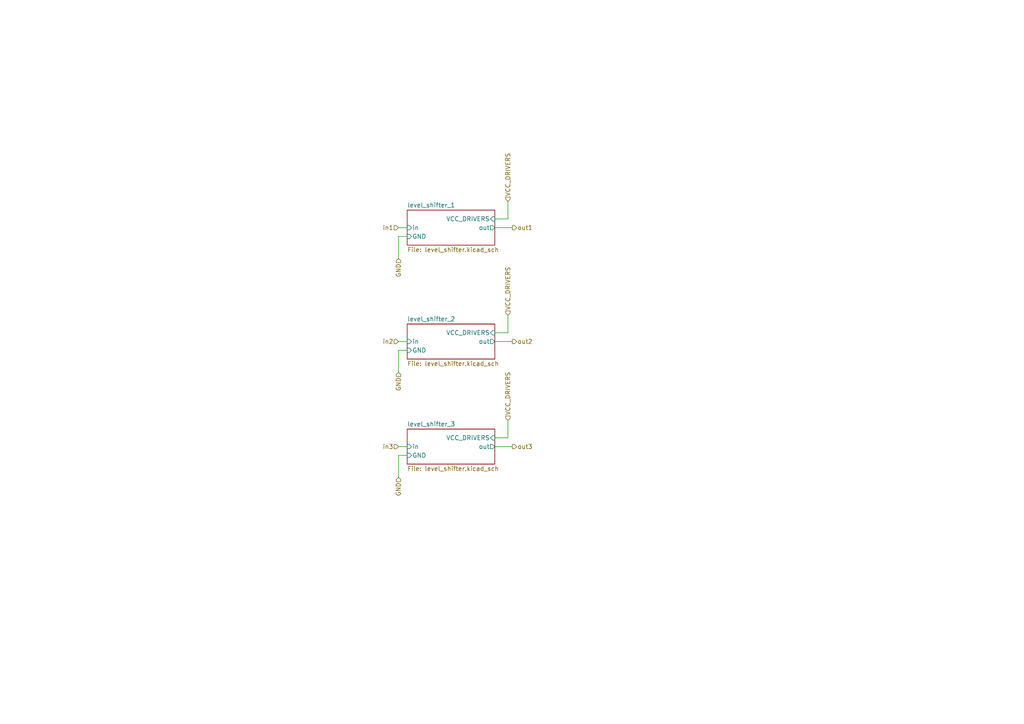
<source format=kicad_sch>
(kicad_sch (version 20211123) (generator eeschema)
  (paper "A4")
  (lib_symbols)
  (wire (pts (xy 143.51 66.04) (xy 148.59 66.04)))
  (wire (pts (xy 115.57 129.54) (xy 118.11 129.54)))
  (wire (pts (xy 147.32 91.44) (xy 147.32 96.52)))
  (wire (pts (xy 147.32 58.42) (xy 147.32 63.5)))
  (wire (pts (xy 115.57 68.58) (xy 118.11 68.58)))
  (wire (pts (xy 147.32 96.52) (xy 143.51 96.52)))
  (wire (pts (xy 115.57 101.6) (xy 118.11 101.6)))
  (wire (pts (xy 147.32 63.5) (xy 143.51 63.5)))
  (wire (pts (xy 115.57 74.93) (xy 115.57 68.58)))
  (wire (pts (xy 143.51 129.54) (xy 148.59 129.54)))
  (wire (pts (xy 115.57 66.04) (xy 118.11 66.04)))
  (wire (pts (xy 147.32 121.92) (xy 147.32 127)))
  (wire (pts (xy 115.57 132.08) (xy 118.11 132.08)))
  (wire (pts (xy 115.57 99.06) (xy 118.11 99.06)))
  (wire (pts (xy 115.57 138.43) (xy 115.57 132.08)))
  (wire (pts (xy 143.51 99.06) (xy 148.59 99.06)))
  (wire (pts (xy 115.57 107.95) (xy 115.57 101.6)))
  (wire (pts (xy 147.32 127) (xy 143.51 127)))
  (hierarchical_label "out3" (shape output) (at 148.59 129.54 0))
  (hierarchical_label "in2" (shape input) (at 115.57 99.06 180))
  (hierarchical_label "out1" (shape output) (at 148.59 66.04 0))
  (hierarchical_label "GND" (shape input) (at 115.57 107.95 270))
  (hierarchical_label "GND" (shape input) (at 115.57 74.93 270))
  (hierarchical_label "VCC_DRIVERS" (shape input) (at 147.32 121.92 90))
  (hierarchical_label "VCC_DRIVERS" (shape input) (at 147.32 58.42 90))
  (hierarchical_label "VCC_DRIVERS" (shape input) (at 147.32 91.44 90))
  (hierarchical_label "GND" (shape input) (at 115.57 138.43 270))
  (hierarchical_label "in3" (shape input) (at 115.57 129.54 180))
  (hierarchical_label "in1" (shape input) (at 115.57 66.04 180))
  (hierarchical_label "out2" (shape output) (at 148.59 99.06 0))
  (sheet (at 118.11 60.96) (size 25.4 10.16) (stroke (width 0.1524))
    (property "Sheet name" "level_shifter_1" (at 118.11 60.2484 0) (effects (justify left bottom)))
    (property "Sheet file" "level_shifter.kicad_sch" (at 118.11 71.7046 0) (effects (justify left top)))
    (pin "GND" input (at 118.11 68.58 180))
    (pin "out" output (at 143.51 66.04 0))
    (pin "VCC_DRIVERS" input (at 143.51 63.5 0))
    (pin "in" input (at 118.11 66.04 180))
  )
  (sheet (at 118.11 93.98) (size 25.4 10.16) (stroke (width 0.1524))
    (property "Sheet name" "level_shifter_2" (at 118.11 93.2684 0) (effects (justify left bottom)))
    (property "Sheet file" "level_shifter.kicad_sch" (at 118.11 104.7246 0) (effects (justify left top)))
    (pin "GND" input (at 118.11 101.6 180))
    (pin "out" output (at 143.51 99.06 0))
    (pin "VCC_DRIVERS" input (at 143.51 96.52 0))
    (pin "in" input (at 118.11 99.06 180))
  )
  (sheet (at 118.11 124.46) (size 25.4 10.16) (stroke (width 0.1524))
    (property "Sheet name" "level_shifter_3" (at 118.11 123.7484 0) (effects (justify left bottom)))
    (property "Sheet file" "level_shifter.kicad_sch" (at 118.11 135.2046 0) (effects (justify left top)))
    (pin "GND" input (at 118.11 132.08 180))
    (pin "out" output (at 143.51 129.54 0))
    (pin "VCC_DRIVERS" input (at 143.51 127 0))
    (pin "in" input (at 118.11 129.54 180))
  )
)
</source>
